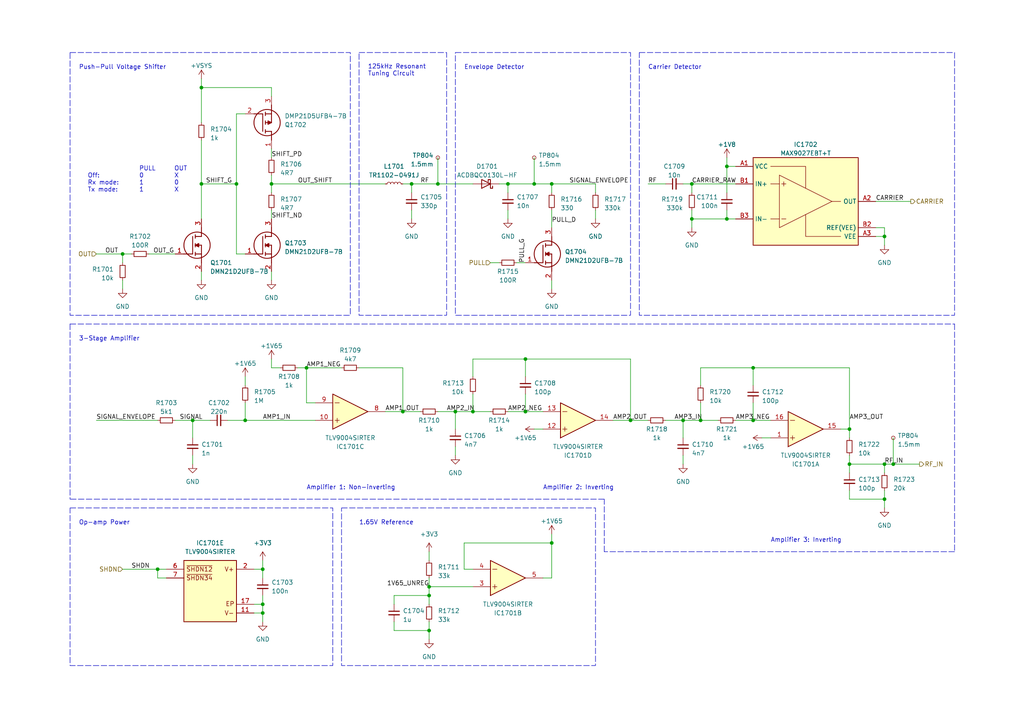
<source format=kicad_sch>
(kicad_sch (version 20230121) (generator eeschema)
  (paper "A4")
  (title_block (title "Watch RFID") (date "2023-12-21") (rev "1") (comment 1 "Checked by Ben Smith 21/12/23"))
  (lib_symbols
    (symbol "Connector:TestPoint_Small" (pin_numbers hide) (pin_names (offset 0.762) hide)
      (property "Reference" "TP" (at 0 3.81 0))
      (property "Value" "TestPoint_Small" (at 0 2.032 0))
      (symbol "TestPoint_Small_0_1"
        (circle (center 0 0) (radius 0.508))
      )
      (symbol "TestPoint_Small_1_1"
        (pin passive line (at 0 0 90) (length 0) (name "1") (number "1"))
      )
    )
    (symbol "DMN21D2UFB-7B:DMN21D2UFB-7B" (pin_names hide)
      (property "Reference" "Q" (at 11.43 3.81 0))
      (property "Value" "DMN21D2UFB-7B" (at 11.43 1.27 0))
      (symbol "DMN21D2UFB-7B_1_1"
        (polyline (pts (xy 2.54 0) (xy 5.08 0)) (stroke (width 0.254)))
        (polyline (pts (xy 5.08 5.08) (xy 5.08 0)) (stroke (width 0.254)))
        (polyline (pts (xy 5.842 -0.508) (xy 5.842 0.508)) (stroke (width 0.254)))
        (polyline (pts (xy 5.842 0) (xy 7.62 0)) (stroke (width 0.254)))
        (polyline (pts (xy 5.842 2.032) (xy 5.842 3.048)) (stroke (width 0.254)))
        (polyline (pts (xy 5.842 5.588) (xy 5.842 4.572)) (stroke (width 0.254)))
        (polyline (pts (xy 7.62 2.54) (xy 5.842 2.54)) (stroke (width 0.254)))
        (polyline (pts (xy 7.62 2.54) (xy 7.62 -2.54)) (stroke (width 0.254)))
        (polyline (pts (xy 7.62 5.08) (xy 5.842 5.08)) (stroke (width 0.254)))
        (polyline (pts (xy 7.62 5.08) (xy 7.62 7.62)) (stroke (width 0.254)))
        (polyline (pts (xy 5.842 2.54) (xy 6.858 3.048) (xy 6.858 2.032) (xy 5.842 2.54)) (stroke (width 0.254)) (fill (type outline)))
        (circle (center 6.35 2.54) (radius 3.81) (stroke (width 0.254)))
        (pin passive line (at 0 0 0) (length 2.54) (name "G") (number "1"))
        (pin passive line (at 7.62 -5.08 90) (length 2.54) (name "S") (number "2"))
        (pin passive line (at 7.62 10.16 270) (length 2.54) (name "D") (number "3"))
      )
    )
    (symbol "DMP21D5UFB4-7B:DMP21D5UFB4-7B" (pin_names hide)
      (property "Reference" "Q" (at 11.43 3.81 0))
      (property "Value" "DMP21D5UFB4-7B" (at 11.43 1.27 0))
      (symbol "DMP21D5UFB4-7B_1_1"
        (polyline (pts (xy 2.54 0) (xy 5.08 0)) (stroke (width 0.254)))
        (polyline (pts (xy 5.08 5.08) (xy 5.08 0)) (stroke (width 0.254)))
        (polyline (pts (xy 5.842 -0.508) (xy 5.842 0.508)) (stroke (width 0.254)))
        (polyline (pts (xy 5.842 0) (xy 7.62 0)) (stroke (width 0.254)))
        (polyline (pts (xy 5.842 2.032) (xy 5.842 3.048)) (stroke (width 0.254)))
        (polyline (pts (xy 5.842 5.588) (xy 5.842 4.572)) (stroke (width 0.254)))
        (polyline (pts (xy 7.62 2.54) (xy 5.842 2.54)) (stroke (width 0.254)))
        (polyline (pts (xy 7.62 2.54) (xy 7.62 -2.54)) (stroke (width 0.254)))
        (polyline (pts (xy 7.62 5.08) (xy 5.842 5.08)) (stroke (width 0.254)))
        (polyline (pts (xy 7.62 5.08) (xy 7.62 7.62)) (stroke (width 0.254)))
        (polyline (pts (xy 7.62 2.54) (xy 6.604 3.048) (xy 6.604 2.032) (xy 7.62 2.54)) (stroke (width 0.254)) (fill (type outline)))
        (circle (center 6.35 2.54) (radius 3.81) (stroke (width 0.254)))
        (pin passive line (at 7.62 10.16 270) (length 2.54) (name "D") (number "1"))
        (pin passive line (at 0 0 0) (length 2.54) (name "G") (number "2"))
        (pin passive line (at 7.62 -5.08 90) (length 2.54) (name "S") (number "3"))
      )
    )
    (symbol "Device:C_Small" (pin_numbers hide) (pin_names (offset 0.254) hide)
      (property "Reference" "C" (at 0.254 1.778 0))
      (property "Value" "C_Small" (at 0.254 -2.032 0))
      (symbol "C_Small_0_1"
        (polyline (pts (xy -1.524 -0.508) (xy 1.524 -0.508)) (stroke (width 0.3302)))
        (polyline (pts (xy -1.524 0.508) (xy 1.524 0.508)) (stroke (width 0.3048)))
      )
      (symbol "C_Small_1_1"
        (pin passive line (at 0 2.54 270) (length 2.032) (name "~") (number "1"))
        (pin passive line (at 0 -2.54 90) (length 2.032) (name "~") (number "2"))
      )
    )
    (symbol "Device:R_Small" (pin_numbers hide) (pin_names (offset 0.254) hide)
      (property "Reference" "R" (at 0.762 0.508 0))
      (property "Value" "R_Small" (at 0.762 -1.016 0))
      (symbol "R_Small_0_1"
        (rectangle (start -0.762 1.778) (end 0.762 -1.778) (stroke (width 0.2032)))
      )
      (symbol "R_Small_1_1"
        (pin passive line (at 0 2.54 270) (length 0.762) (name "~") (number "1"))
        (pin passive line (at 0 -2.54 90) (length 0.762) (name "~") (number "2"))
      )
    )
    (symbol "MAX9027EBT+T:MAX9027EBT+T"
      (property "Reference" "IC" (at 0 17.78 0))
      (property "Value" "MAX9027EBT+T" (at 0 15.24 0))
      (symbol "MAX9027EBT+T_0_1"
        (polyline (pts (xy -7.62 -5.08) (xy -10.16 -5.08)))
        (polyline (pts (xy -7.62 5.08) (xy -10.16 5.08)))
        (polyline (pts (xy -6.985 -5.08) (xy -5.715 -5.08)))
        (polyline (pts (xy -6.985 5.08) (xy -5.715 5.08)))
        (polyline (pts (xy -6.35 5.715) (xy -6.35 4.445)))
        (polyline (pts (xy 7.62 0) (xy 10.16 0)))
        (polyline (pts (xy -10.16 10.16) (xy 0 10.16) (xy 0 3.81)))
        (polyline (pts (xy 0 -3.81) (xy 0 -10.16) (xy 10.16 -10.16)))
        (polyline (pts (xy -7.62 7.62) (xy -7.62 -7.62) (xy 7.62 0) (xy -7.62 7.62)))
      )
      (symbol "MAX9027EBT+T_1_1"
        (rectangle (start -15.24 12.7) (end 15.24 -12.7) (stroke (width 0.254)) (fill (type background)))
        (pin passive line (at -20.32 10.16 0) (length 5.08) (name "VCC") (number "A1"))
        (pin passive line (at 20.32 0 180) (length 5.08) (name "OUT") (number "A2"))
        (pin passive line (at 20.32 -10.16 180) (length 5.08) (name "VEE") (number "A3"))
        (pin passive line (at -20.32 5.08 0) (length 5.08) (name "IN+") (number "B1"))
        (pin passive line (at 20.32 -7.62 180) (length 5.08) (name "REF(VEE)") (number "B2"))
        (pin passive line (at -20.32 -5.08 0) (length 5.08) (name "IN-") (number "B3"))
      )
    )
    (symbol "TLV9004SIRTER:TLV9004SIRTER" (pin_names hide)
      (property "Reference" "IC" (at 0 10.16 0))
      (property "Value" "TLV9004SIRTER" (at 0 7.62 0))
      (symbol "TLV9004SIRTER_1_1"
        (polyline (pts (xy -4.445 -2.54) (xy -3.175 -2.54)))
        (polyline (pts (xy -4.445 2.54) (xy -3.175 2.54)))
        (polyline (pts (xy -3.81 3.175) (xy -3.81 1.905)))
        (polyline (pts (xy -5.08 5.08) (xy 5.08 0) (xy -5.08 -5.08) (xy -5.08 5.08)) (stroke (width 0.254)) (fill (type background)))
        (pin passive line (at -10.16 2.54 0) (length 5.08) (name "IN1+") (number "1"))
        (pin passive line (at 10.16 0 180) (length 5.08) (name "OUT1") (number "15"))
        (pin passive line (at -10.16 -2.54 0) (length 5.08) (name "IN1-") (number "16"))
      )
      (symbol "TLV9004SIRTER_2_1"
        (polyline (pts (xy -4.445 -2.54) (xy -3.175 -2.54)))
        (polyline (pts (xy -4.445 2.54) (xy -3.175 2.54)))
        (polyline (pts (xy -3.81 3.175) (xy -3.81 1.905)))
        (polyline (pts (xy -5.08 5.08) (xy 5.08 0) (xy -5.08 -5.08) (xy -5.08 5.08)) (stroke (width 0.254)) (fill (type background)))
        (pin passive line (at -10.16 2.54 0) (length 5.08) (name "IN2+") (number "3"))
        (pin passive line (at -10.16 -2.54 0) (length 5.08) (name "IN2-") (number "4"))
        (pin passive line (at 10.16 0 180) (length 5.08) (name "OUT2") (number "5"))
      )
      (symbol "TLV9004SIRTER_3_1"
        (polyline (pts (xy -4.445 -2.54) (xy -3.175 -2.54)))
        (polyline (pts (xy -4.445 2.54) (xy -3.175 2.54)))
        (polyline (pts (xy -3.81 3.175) (xy -3.81 1.905)))
        (polyline (pts (xy -5.08 5.08) (xy 5.08 0) (xy -5.08 -5.08) (xy -5.08 5.08)) (stroke (width 0.254)) (fill (type background)))
        (pin passive line (at -10.16 2.54 0) (length 5.08) (name "IN3+") (number "10"))
        (pin passive line (at 10.16 0 180) (length 5.08) (name "OUT3") (number "8"))
        (pin passive line (at -10.16 -2.54 0) (length 5.08) (name "IN3-") (number "9"))
      )
      (symbol "TLV9004SIRTER_4_1"
        (polyline (pts (xy -4.445 -2.54) (xy -3.175 -2.54)))
        (polyline (pts (xy -4.445 2.54) (xy -3.175 2.54)))
        (polyline (pts (xy -3.81 3.175) (xy -3.81 1.905)))
        (polyline (pts (xy -5.08 5.08) (xy 5.08 0) (xy -5.08 -5.08) (xy -5.08 5.08)) (stroke (width 0.254)) (fill (type background)))
        (pin passive line (at -10.16 2.54 0) (length 5.08) (name "IN4+") (number "12"))
        (pin passive line (at -10.16 -2.54 0) (length 5.08) (name "IN4-") (number "13"))
        (pin passive line (at 10.16 0 180) (length 5.08) (name "OUT4") (number "14"))
      )
      (symbol "TLV9004SIRTER_5_1"
        (rectangle (start -7.62 5.08) (end 7.62 -12.7) (stroke (width 0.254)) (fill (type background)))
        (text "EP" (at 7.073 -7.5004 0) (effects (font (size 1.27 1.27)) (justify right)))
        (text "V+" (at 6.985 2.54 0) (effects (font (size 1.27 1.27)) (justify right)))
        (text "V-" (at 6.985 -10.16 0) (effects (font (size 1.27 1.27)) (justify right)))
        (text "~{SHDN12}" (at -6.985 2.54 0) (effects (font (size 1.27 1.27)) (justify left)))
        (text "~{SHDN34}" (at -6.985 0 0) (effects (font (size 1.27 1.27)) (justify left)))
        (pin passive line (at 12.7 -10.16 180) (length 5.08) (name "V-") (number "11"))
        (pin passive line (at 12.7 -7.62 180) (length 5.08) (name "EP") (number "17"))
        (pin passive line (at 12.7 2.54 180) (length 5.08) (name "V+") (number "2"))
        (pin passive line (at -12.7 2.54 0) (length 5.08) (name "~{SHDN12}") (number "6"))
        (pin passive line (at -12.7 0 0) (length 5.08) (name "~{SHDN34}") (number "7"))
      )
    )
    (symbol "power:+1V8" (power) (pin_names (offset 0))
      (property "Value" "+1V8" (at 0 3.556 0))
      (symbol "+1V8_0_1"
        (polyline (pts (xy -0.762 1.27) (xy 0 2.54)))
        (polyline (pts (xy 0 0) (xy 0 2.54)))
        (polyline (pts (xy 0 2.54) (xy 0.762 1.27)))
      )
      (symbol "+1V8_1_1"
        (pin power_in line (at 0 0 90) (length 0) hide (name "+1V8") (number "1"))
      )
    )
    (symbol "power:+3V3" (power) (pin_names (offset 0))
      (property "Value" "+3V3" (at 0 3.556 0))
      (symbol "+3V3_0_1"
        (polyline (pts (xy -0.762 1.27) (xy 0 2.54)))
        (polyline (pts (xy 0 0) (xy 0 2.54)))
        (polyline (pts (xy 0 2.54) (xy 0.762 1.27)))
      )
      (symbol "+3V3_1_1"
        (pin power_in line (at 0 0 90) (length 0) hide (name "+3V3") (number "1"))
      )
    )
    (symbol "power:GND" (power) (pin_names (offset 0))
      (property "Value" "GND" (at 0 -3.81 0))
      (symbol "GND_0_1"
        (polyline (pts (xy 0 0) (xy 0 -1.27) (xy 1.27 -1.27) (xy 0 -2.54) (xy -1.27 -1.27) (xy 0 -1.27)))
      )
      (symbol "GND_1_1"
        (pin power_in line (at 0 0 270) (length 0) hide (name "GND") (number "1"))
      )
    )
    (symbol "watch_symbols_lib:+1V65" (power) (pin_names (offset 0))
      (property "Value" "+1V65" (at 0 3.556 0))
      (symbol "+1V65_0_1"
        (polyline (pts (xy -0.762 1.27) (xy 0 2.54)))
        (polyline (pts (xy 0 0) (xy 0 2.54)))
        (polyline (pts (xy 0 2.54) (xy 0.762 1.27)))
      )
      (symbol "+1V65_1_1"
        (pin power_in line (at 0 0 90) (length 0) hide (name "+1V65") (number "1"))
      )
    )
    (symbol "watch_symbols_lib:+VSYS" (power) (pin_names (offset 0))
      (property "Value" "+VSYS" (at 0 3.556 0))
      (symbol "+VSYS_0_1"
        (polyline (pts (xy -0.762 1.27) (xy 0 2.54)))
        (polyline (pts (xy 0 0) (xy 0 2.54)))
        (polyline (pts (xy 0 2.54) (xy 0.762 1.27)))
      )
      (symbol "+VSYS_1_1"
        (pin power_in line (at 0 0 90) (length 0) hide (name "+VSYS") (number "1"))
      )
    )
    (symbol "watch_symbols_lib:ACDBQC0130L-HF" (pin_numbers hide) (pin_names (offset 1.016) hide)
      (property "Reference" "D" (at 0 2.54 0))
      (property "Value" "ACDBQC0130L-HF" (at 0 -2.54 0))
      (symbol "ACDBQC0130L-HF_0_1"
        (polyline (pts (xy 1.27 0) (xy -1.27 0)))
        (polyline (pts (xy 1.27 1.27) (xy 1.27 -1.27) (xy -1.27 0) (xy 1.27 1.27)) (stroke (width 0.254)))
        (polyline (pts (xy -1.905 0.635) (xy -1.905 1.27) (xy -1.27 1.27) (xy -1.27 -1.27) (xy -0.635 -1.27) (xy -0.635 -0.635)) (stroke (width 0.254)))
      )
      (symbol "ACDBQC0130L-HF_1_1"
        (pin passive line (at -3.81 0 0) (length 2.54) (name "K") (number "1"))
        (pin passive line (at 3.81 0 180) (length 2.54) (name "A") (number "2"))
      )
    )
    (symbol "watch_symbols_lib:TR1102-0491J" (pin_numbers hide) (pin_names (offset 0.254) hide)
      (property "Reference" "L" (at 0.762 1.016 0))
      (property "Value" "TR1102-0491J" (at 0.762 -1.016 0))
      (symbol "TR1102-0491J_0_1"
        (arc (start 0 -2.032) (mid 0.5058 -1.524) (end 0 -1.016))
        (arc (start 0 -1.016) (mid 0.5058 -0.508) (end 0 0))
        (arc (start 0 0) (mid 0.5058 0.508) (end 0 1.016))
        (arc (start 0 1.016) (mid 0.5058 1.524) (end 0 2.032))
      )
      (symbol "TR1102-0491J_1_1"
        (pin passive line (at 0 2.54 270) (length 0.508) (name "~") (number "1"))
        (pin passive line (at 0 -2.54 90) (length 0.508) (name "~") (number "2"))
      )
    )
  )
  (junction (at 246.38 134.62))
  (junction (at 160.02 157.48))
  (junction (at 256.54 134.62))
  (junction (at 35.56 73.66))
  (junction (at 246.38 124.46))
  (junction (at 152.4 119.38))
  (junction (at 124.46 170.18))
  (junction (at 210.82 63.5))
  (junction (at 147.32 53.34))
  (junction (at 78.74 53.34))
  (junction (at 58.42 53.34))
  (junction (at 137.16 119.38))
  (junction (at 152.4 104.14))
  (junction (at 116.84 119.38))
  (junction (at 88.9 106.68))
  (junction (at 182.88 121.92))
  (junction (at 127 53.34))
  (junction (at 200.66 63.5))
  (junction (at 256.54 144.78))
  (junction (at 119.38 53.34))
  (junction (at 124.46 182.88))
  (junction (at 124.46 172.72))
  (junction (at 76.2 177.8))
  (junction (at 160.02 53.34))
  (junction (at 203.2 121.92))
  (junction (at 198.12 121.92))
  (junction (at 256.54 68.58))
  (junction (at 76.2 175.26))
  (junction (at 210.82 48.26))
  (junction (at 218.44 121.92))
  (junction (at 218.44 106.68))
  (junction (at 68.58 53.34))
  (junction (at 71.12 121.92))
  (junction (at 45.72 165.1))
  (junction (at 58.42 25.4))
  (junction (at 132.08 119.38))
  (junction (at 200.66 53.34))
  (junction (at 154.94 53.34))
  (junction (at 76.2 165.1))
  (junction (at 55.88 121.92))
  (junction (at 259.08 134.62))
  (wire (pts (xy 76.2 165.1) (xy 76.2 167.64)))
  (wire (pts (xy 119.38 63.5) (xy 119.38 60.96)))
  (wire (pts (xy 182.88 121.92) (xy 187.96 121.92)))
  (wire (pts (xy 142.24 76.2) (xy 144.78 76.2)))
  (wire (pts (xy 78.74 43.18) (xy 78.74 45.72)))
  (wire (pts (xy 58.42 53.34) (xy 58.42 63.5)))
  (wire (pts (xy 147.32 63.5) (xy 147.32 60.96)))
  (wire (pts (xy 119.38 53.34) (xy 127 53.34)))
  (wire (pts (xy 152.4 104.14) (xy 182.88 104.14)))
  (wire (pts (xy 43.18 73.66) (xy 50.8 73.66)))
  (wire (pts (xy 172.72 63.5) (xy 172.72 60.96)))
  (wire (pts (xy 116.84 119.38) (xy 121.92 119.38)))
  (wire (pts (xy 35.56 73.66) (xy 38.1 73.66)))
  (wire (pts (xy 137.16 165.1) (xy 134.62 165.1)))
  (wire (pts (xy 259.08 127) (xy 259.08 134.62)))
  (wire (pts (xy 254 66.04) (xy 256.54 66.04)))
  (wire (pts (xy 256.54 134.62) (xy 259.08 134.62)))
  (wire (pts (xy 218.44 106.68) (xy 246.38 106.68)))
  (wire (pts (xy 154.94 45.72) (xy 154.94 53.34)))
  (wire (pts (xy 200.66 63.5) (xy 210.82 63.5)))
  (wire (pts (xy 88.9 106.68) (xy 88.9 116.84)))
  (wire (pts (xy 71.12 121.92) (xy 91.44 121.92)))
  (wire (pts (xy 111.76 119.38) (xy 116.84 119.38)))
  (wire (pts (xy 147.32 53.34) (xy 147.32 55.88)))
  (wire (pts (xy 66.04 121.92) (xy 71.12 121.92)))
  (wire (pts (xy 160.02 55.88) (xy 160.02 53.34)))
  (wire (pts (xy 154.94 124.46) (xy 157.48 124.46)))
  (polyline (pts (xy 276.86 93.98) (xy 276.86 160.02)) (stroke (width 0) (type dash)))
  (wire (pts (xy 124.46 167.64) (xy 124.46 170.18)))
  (polyline (pts (xy 276.86 160.02) (xy 175.26 160.02)) (stroke (width 0) (type dash)))
  (wire (pts (xy 256.54 134.62) (xy 246.38 134.62)))
  (wire (pts (xy 48.26 167.64) (xy 45.72 167.64)))
  (wire (pts (xy 78.74 50.8) (xy 78.74 53.34)))
  (wire (pts (xy 134.62 165.1) (xy 134.62 157.48)))
  (wire (pts (xy 160.02 83.82) (xy 160.02 81.28)))
  (wire (pts (xy 154.94 53.34) (xy 160.02 53.34)))
  (wire (pts (xy 58.42 22.86) (xy 58.42 25.4)))
  (wire (pts (xy 76.2 175.26) (xy 76.2 177.8)))
  (wire (pts (xy 58.42 53.34) (xy 68.58 53.34)))
  (wire (pts (xy 256.54 144.78) (xy 256.54 142.24)))
  (wire (pts (xy 124.46 172.72) (xy 124.46 175.26)))
  (wire (pts (xy 55.88 121.92) (xy 60.96 121.92)))
  (wire (pts (xy 114.3 172.72) (xy 124.46 172.72)))
  (wire (pts (xy 152.4 119.38) (xy 157.48 119.38)))
  (wire (pts (xy 210.82 60.96) (xy 210.82 63.5)))
  (wire (pts (xy 177.8 121.92) (xy 182.88 121.92)))
  (wire (pts (xy 104.14 106.68) (xy 116.84 106.68)))
  (wire (pts (xy 55.88 132.08) (xy 55.88 134.62)))
  (wire (pts (xy 210.82 63.5) (xy 213.36 63.5)))
  (wire (pts (xy 76.2 172.72) (xy 76.2 175.26)))
  (wire (pts (xy 256.54 71.12) (xy 256.54 68.58)))
  (wire (pts (xy 157.48 167.64) (xy 160.02 167.64)))
  (wire (pts (xy 152.4 104.14) (xy 152.4 109.22)))
  (wire (pts (xy 137.16 119.38) (xy 137.16 114.3)))
  (wire (pts (xy 203.2 111.76) (xy 203.2 106.68)))
  (wire (pts (xy 142.24 119.38) (xy 137.16 119.38)))
  (wire (pts (xy 147.32 119.38) (xy 152.4 119.38)))
  (wire (pts (xy 116.84 119.38) (xy 116.84 106.68)))
  (wire (pts (xy 58.42 81.28) (xy 58.42 78.74)))
  (wire (pts (xy 198.12 53.34) (xy 200.66 53.34)))
  (wire (pts (xy 58.42 25.4) (xy 58.42 35.56)))
  (wire (pts (xy 27.94 121.92) (xy 45.72 121.92)))
  (wire (pts (xy 76.2 165.1) (xy 73.66 165.1)))
  (wire (pts (xy 114.3 175.26) (xy 114.3 172.72)))
  (wire (pts (xy 220.98 127) (xy 223.52 127)))
  (wire (pts (xy 198.12 132.08) (xy 198.12 134.62)))
  (wire (pts (xy 160.02 157.48) (xy 160.02 167.64)))
  (wire (pts (xy 154.94 53.34) (xy 147.32 53.34)))
  (wire (pts (xy 160.02 53.34) (xy 172.72 53.34)))
  (wire (pts (xy 27.94 73.66) (xy 35.56 73.66)))
  (wire (pts (xy 35.56 83.82) (xy 35.56 81.28)))
  (wire (pts (xy 76.2 162.56) (xy 76.2 165.1)))
  (wire (pts (xy 210.82 45.72) (xy 210.82 48.26)))
  (wire (pts (xy 124.46 170.18) (xy 124.46 172.72)))
  (wire (pts (xy 127 119.38) (xy 132.08 119.38)))
  (wire (pts (xy 124.46 180.34) (xy 124.46 182.88)))
  (wire (pts (xy 127 53.34) (xy 137.16 53.34)))
  (wire (pts (xy 246.38 132.08) (xy 246.38 134.62)))
  (wire (pts (xy 71.12 109.22) (xy 71.12 111.76)))
  (wire (pts (xy 35.56 76.2) (xy 35.56 73.66)))
  (wire (pts (xy 160.02 154.94) (xy 160.02 157.48)))
  (wire (pts (xy 73.66 175.26) (xy 76.2 175.26)))
  (wire (pts (xy 203.2 121.92) (xy 203.2 116.84)))
  (wire (pts (xy 78.74 104.14) (xy 78.74 106.68)))
  (polyline (pts (xy 175.26 160.02) (xy 175.26 144.78)) (stroke (width 0) (type dash)))
  (wire (pts (xy 132.08 129.54) (xy 132.08 132.08)))
  (wire (pts (xy 50.8 121.92) (xy 55.88 121.92)))
  (wire (pts (xy 78.74 106.68) (xy 81.28 106.68)))
  (wire (pts (xy 149.86 76.2) (xy 152.4 76.2)))
  (wire (pts (xy 256.54 144.78) (xy 256.54 147.32)))
  (wire (pts (xy 246.38 144.78) (xy 256.54 144.78)))
  (polyline (pts (xy 20.32 93.98) (xy 276.86 93.98)) (stroke (width 0) (type dash)))
  (polyline (pts (xy 20.32 93.98) (xy 20.32 144.78)) (stroke (width 0) (type dash)))
  (wire (pts (xy 203.2 121.92) (xy 208.28 121.92)))
  (wire (pts (xy 213.36 121.92) (xy 218.44 121.92)))
  (wire (pts (xy 88.9 116.84) (xy 91.44 116.84)))
  (wire (pts (xy 114.3 180.34) (xy 114.3 182.88)))
  (wire (pts (xy 218.44 121.92) (xy 218.44 116.84)))
  (wire (pts (xy 71.12 73.66) (xy 68.58 73.66)))
  (wire (pts (xy 200.66 66.04) (xy 200.66 63.5)))
  (wire (pts (xy 137.16 104.14) (xy 152.4 104.14)))
  (wire (pts (xy 78.74 53.34) (xy 78.74 55.88)))
  (wire (pts (xy 116.84 53.34) (xy 119.38 53.34)))
  (wire (pts (xy 144.78 53.34) (xy 147.32 53.34)))
  (wire (pts (xy 182.88 104.14) (xy 182.88 121.92)))
  (wire (pts (xy 68.58 73.66) (xy 68.58 53.34)))
  (wire (pts (xy 124.46 182.88) (xy 124.46 185.42)))
  (wire (pts (xy 172.72 55.88) (xy 172.72 53.34)))
  (wire (pts (xy 114.3 182.88) (xy 124.46 182.88)))
  (wire (pts (xy 68.58 53.34) (xy 68.58 33.02)))
  (wire (pts (xy 152.4 119.38) (xy 152.4 114.3)))
  (wire (pts (xy 203.2 106.68) (xy 218.44 106.68)))
  (wire (pts (xy 127 45.72) (xy 127 53.34)))
  (wire (pts (xy 35.56 165.1) (xy 45.72 165.1)))
  (wire (pts (xy 256.54 68.58) (xy 254 68.58)))
  (wire (pts (xy 256.54 137.16) (xy 256.54 134.62)))
  (wire (pts (xy 124.46 170.18) (xy 137.16 170.18)))
  (wire (pts (xy 55.88 121.92) (xy 55.88 127)))
  (wire (pts (xy 134.62 157.48) (xy 160.02 157.48)))
  (wire (pts (xy 132.08 119.38) (xy 132.08 124.46)))
  (wire (pts (xy 86.36 106.68) (xy 88.9 106.68)))
  (wire (pts (xy 73.66 177.8) (xy 76.2 177.8)))
  (wire (pts (xy 246.38 106.68) (xy 246.38 124.46)))
  (wire (pts (xy 45.72 167.64) (xy 45.72 165.1)))
  (wire (pts (xy 187.96 53.34) (xy 193.04 53.34)))
  (wire (pts (xy 193.04 121.92) (xy 198.12 121.92)))
  (wire (pts (xy 58.42 40.64) (xy 58.42 53.34)))
  (wire (pts (xy 124.46 160.02) (xy 124.46 162.56)))
  (wire (pts (xy 200.66 55.88) (xy 200.66 53.34)))
  (wire (pts (xy 246.38 142.24) (xy 246.38 144.78)))
  (wire (pts (xy 78.74 81.28) (xy 78.74 78.74)))
  (wire (pts (xy 78.74 27.94) (xy 78.74 25.4)))
  (wire (pts (xy 78.74 60.96) (xy 78.74 63.5)))
  (wire (pts (xy 198.12 121.92) (xy 203.2 121.92)))
  (wire (pts (xy 78.74 53.34) (xy 111.76 53.34)))
  (wire (pts (xy 137.16 109.22) (xy 137.16 104.14)))
  (wire (pts (xy 200.66 60.96) (xy 200.66 63.5)))
  (wire (pts (xy 68.58 33.02) (xy 71.12 33.02)))
  (wire (pts (xy 246.38 134.62) (xy 246.38 137.16)))
  (wire (pts (xy 198.12 121.92) (xy 198.12 127)))
  (wire (pts (xy 132.08 119.38) (xy 137.16 119.38)))
  (polyline (pts (xy 175.26 144.78) (xy 20.32 144.78)) (stroke (width 0) (type dash)))
  (wire (pts (xy 99.06 106.68) (xy 88.9 106.68)))
  (wire (pts (xy 256.54 66.04) (xy 256.54 68.58)))
  (wire (pts (xy 76.2 177.8) (xy 76.2 180.34)))
  (wire (pts (xy 218.44 121.92) (xy 223.52 121.92)))
  (wire (pts (xy 210.82 48.26) (xy 210.82 55.88)))
  (wire (pts (xy 160.02 60.96) (xy 160.02 66.04)))
  (wire (pts (xy 254 58.42) (xy 264.16 58.42)))
  (wire (pts (xy 243.84 124.46) (xy 246.38 124.46)))
  (wire (pts (xy 45.72 165.1) (xy 48.26 165.1)))
  (wire (pts (xy 58.42 25.4) (xy 78.74 25.4)))
  (wire (pts (xy 259.08 134.62) (xy 266.7 134.62)))
  (wire (pts (xy 71.12 116.84) (xy 71.12 121.92)))
  (wire (pts (xy 246.38 124.46) (xy 246.38 127)))
  (wire (pts (xy 200.66 53.34) (xy 213.36 53.34)))
  (wire (pts (xy 218.44 106.68) (xy 218.44 111.76)))
  (wire (pts (xy 210.82 48.26) (xy 213.36 48.26)))
  (wire (pts (xy 119.38 53.34) (xy 119.38 55.88)))
  (rectangle (start 132.08 15.24) (end 182.88 91.44) (stroke (width 0) (type dash)))
  (rectangle (start 104.14 15.24) (end 129.54 91.44) (stroke (width 0) (type dash)))
  (rectangle (start 185.42 15.24) (end 276.86 91.44) (stroke (width 0) (type dash)))
  (rectangle (start 20.32 15.24) (end 101.6 91.44) (stroke (width 0) (type dash)))
  (rectangle (start 20.32 147.32) (end 96.52 193.04) (stroke (width 0) (type dash)))
  (rectangle (start 99.06 147.32) (end 172.72 193.04) (stroke (width 0) (type dash)))
  (text "Amplifier 3: Inverting" (at 223.52 157.48 0) (effects (font (size 1.27 1.27)) (justify left bottom)))
  (text "Carrier Detector" (at 187.96 20.32 0) (effects (font (size 1.27 1.27)) (justify left bottom)))
  (text "Op-amp Power" (at 22.86 152.4 0) (effects (font (size 1.27 1.27)) (justify left bottom)))
  (text "Push-Pull Voltage Shifter" (at 22.86 20.32 0) (effects (font (size 1.27 1.27)) (justify left bottom)))
  (text "3-Stage Amplifier" (at 22.86 99.06 0) (effects (font (size 1.27 1.27)) (justify left bottom)))
  (text "Amplifier 1: Non-inverting" (at 88.9 142.24 0) (effects (font (size 1.27 1.27)) (justify left bottom)))
  (text "125kHz Resonant\nTuning Circuit" (at 106.68 22.225 0) (effects (font (size 1.27 1.27)) (justify left bottom)))
  (text "Envelope Detector" (at 134.62 20.32 0) (effects (font (size 1.27 1.27)) (justify left bottom)))
  (text "Amplifier 2: Inverting" (at 157.48 142.24 0) (effects (font (size 1.27 1.27)) (justify left bottom)))
  (text "			PULL	OUT\nOff:		0		X		\nRx mode: 	1		0\nTx mode:	1		X" (at 25.4 55.88 0) (effects (font (size 1.27 1.27)) (justify left bottom)))
  (text "1.65V Reference" (at 104.14 152.4 0) (effects (font (size 1.27 1.27)) (justify left bottom)))
  (label "CARRIER" (at 254 58.42 0))
  (label "1V65_UNREG" (at 124.46 170.18 180))
  (label "AMP3_OUT" (at 246.38 121.92 0))
  (label "AMP3_IN" (at 195.58 121.92 0))
  (label "AMP2_NEG" (at 147.32 119.38 0))
  (label "SHIFT_G" (at 59.69 53.34 0))
  (label "AMP3_NEG" (at 213.36 121.92 0))
  (label "SHDN" (at 38.1 165.1 0))
  (label "RF" (at 187.96 53.34 0))
  (label "OUT_SHIFT" (at 86.36 53.34 0))
  (label "AMP1_IN" (at 76.2 121.92 0))
  (label "SIGNAL" (at 52.07 121.92 0))
  (label "CARRIER_RAW" (at 200.66 53.34 0))
  (label "PULL_D" (at 160.02 64.77 0))
  (label "SHIFT_ND" (at 78.74 63.5 0))
  (label "SIGNAL_ENVELOPE" (at 165.1 53.34 0))
  (label "AMP1_NEG" (at 88.9 106.68 0))
  (label "AMP2_OUT" (at 177.8 121.92 0))
  (label "PULL_G" (at 152.4 76.2 90))
  (label "SHIFT_PD" (at 78.74 45.72 0))
  (label "AMP2_IN" (at 129.54 119.38 0))
  (label "RF_IN" (at 256.54 134.62 0))
  (label "OUT" (at 30.48 73.66 0))
  (label "SIGNAL_ENVELOPE" (at 27.94 121.92 0))
  (label "OUT_G" (at 44.45 73.66 0))
  (label "RF" (at 121.92 53.34 0))
  (label "AMP1_OUT" (at 111.76 119.38 0))
  (hierarchical_label "CARRIER" (shape output) (at 264.16 58.42 0))
  (hierarchical_label "SHDN" (shape input) (at 35.56 165.1 180))
  (hierarchical_label "RF_IN" (shape output) (at 266.7 134.62 0))
  (hierarchical_label "PULL" (shape input) (at 142.24 76.2 180))
  (hierarchical_label "OUT" (shape input) (at 27.94 73.66 180))
  (symbol (lib_id "DMN21D2UFB-7B:DMN21D2UFB-7B") (at 152.4 76.2 0) (unit 1)
    (property "Reference" "Q1704" (at 163.83 73.025 0) (effects (justify left)))
    (property "Value" "DMN21D2UFB-7B" (at 163.83 75.565 0) (effects (justify left)))
    (property "Footprint" "watch_footprints:DMN21D2UFB7B" (effects hide))
    (property "Datasheet" "https://componentsearchengine.com/Datasheets/1/DMN21D2UFB-7B.pdf" (effects hide))
    (property "Height" "0.53" (effects hide))
    (property "Mouser Part Number" "621-DMN21D2UFB-7B" (effects hide))
    (property "Manufacturer_Name" "Diodes Incorporated" (effects hide))
    (property "Manufacturer_Part_Number" "DMN21D2UFB-7B" (effects hide))
  )
  (symbol (lib_id "Connector:TestPoint_Small") (at 259.08 127 0) (unit 1)
    (property "Reference" "TP804" (at 260.35 126.365 0) (effects (justify left)))
    (property "Value" "1.5mm" (at 260.35 128.905 0) (effects (justify left)))
    (property "Footprint" "TestPoint:TestPoint_Pad_D1.5mm" (effects hide))
    (instances (project "watch_main" (path "" (reference "TP804") (unit 1)) (path "" (reference "TP1703") (unit 1))))
  )
  (symbol (lib_id "power:GND") (at 119.38 63.5 0) (unit 1)
    (property "Reference" "#PWR01710" (effects hide))
    (property "Value" "GND" (at 119.38 68.58 0))
  )
  (symbol (lib_id "power:GND") (at 256.54 147.32 0) (unit 1)
    (property "Reference" "#PWR01724" (effects hide))
    (property "Value" "GND" (at 256.54 152.4 0))
  )
  (symbol (lib_id "Device:R_Small") (at 48.26 121.92 90) (unit 1)
    (property "Reference" "R1703" (at 48.26 116.84 90))
    (property "Value" "5k1" (at 48.26 119.38 90))
    (property "Footprint" "Resistor_SMD:R_0402_1005Metric" (effects hide))
  )
  (symbol (lib_id "DMN21D2UFB-7B:DMN21D2UFB-7B") (at 50.8 73.66 0) (unit 1)
    (property "Reference" "Q1701" (at 60.96 76.2 0) (effects (justify left)))
    (property "Value" "DMN21D2UFB-7B" (at 60.96 78.74 0) (effects (justify left)))
    (property "Footprint" "watch_footprints:DMN21D2UFB7B" (effects hide))
    (property "Datasheet" "https://componentsearchengine.com/Datasheets/1/DMN21D2UFB-7B.pdf" (effects hide))
    (property "Height" "0.53" (effects hide))
    (property "Mouser Part Number" "621-DMN21D2UFB-7B" (effects hide))
    (property "Manufacturer_Name" "Diodes Incorporated" (effects hide))
    (property "Manufacturer_Part_Number" "DMN21D2UFB-7B" (effects hide))
  )
  (symbol (lib_id "Device:C_Small") (at 198.12 129.54 0) (unit 1)
    (property "Reference" "C1710" (at 200.66 128.9113 0) (effects (justify left)))
    (property "Value" "4n7" (at 200.66 131.4513 0) (effects (justify left)))
    (property "Footprint" "Capacitor_SMD:C_0402_1005Metric" (effects hide))
  )
  (symbol (lib_id "Device:R_Small") (at 160.02 58.42 180) (unit 1)
    (property "Reference" "R1716" (at 162.56 57.785 0) (effects (justify right)))
    (property "Value" "330" (at 162.56 60.325 0) (effects (justify right)))
    (property "Footprint" "Resistor_SMD:R_0402_1005Metric" (effects hide))
  )
  (symbol (lib_id "DMN21D2UFB-7B:DMN21D2UFB-7B") (at 71.12 73.66 0) (unit 1)
    (property "Reference" "Q1703" (at 82.55 70.485 0) (effects (justify left)))
    (property "Value" "DMN21D2UFB-7B" (at 82.55 73.025 0) (effects (justify left)))
    (property "Footprint" "watch_footprints:DMN21D2UFB7B" (effects hide))
    (property "Datasheet" "https://componentsearchengine.com/Datasheets/1/DMN21D2UFB-7B.pdf" (effects hide))
    (property "Height" "0.53" (effects hide))
    (property "Mouser Part Number" "621-DMN21D2UFB-7B" (effects hide))
    (property "Manufacturer_Name" "Diodes Incorporated" (effects hide))
    (property "Manufacturer_Part_Number" "DMN21D2UFB-7B" (effects hide))
  )
  (symbol (lib_id "Device:R_Small") (at 35.56 78.74 0) (mirror x) (unit 1)
    (property "Reference" "R1701" (at 33.02 78.105 0) (effects (justify right)))
    (property "Value" "10k" (at 33.02 80.645 0) (effects (justify right)))
    (property "Footprint" "Resistor_SMD:R_0402_1005Metric" (effects hide))
  )
  (symbol (lib_id "watch_symbols_lib:+1V65") (at 160.02 154.94 0) (unit 1)
    (property "Reference" "#PWR01717" (effects hide))
    (property "Value" "+1V65" (at 160.02 151.13 0))
  )
  (symbol (lib_id "Device:C_Small") (at 76.2 170.18 0) (unit 1)
    (property "Reference" "C1703" (at 78.74 168.9163 0) (effects (justify left)))
    (property "Value" "100n" (at 78.74 171.4563 0) (effects (justify left)))
    (property "Footprint" "Capacitor_SMD:C_0402_1005Metric" (effects hide))
  )
  (symbol (lib_id "Device:C_Small") (at 218.44 114.3 0) (unit 1)
    (property "Reference" "C1712" (at 220.98 113.6713 0) (effects (justify left)))
    (property "Value" "100p" (at 220.98 116.2113 0) (effects (justify left)))
    (property "Footprint" "Capacitor_SMD:C_0402_1005Metric" (effects hide))
  )
  (symbol (lib_id "power:+3V3") (at 124.46 160.02 0) (unit 1)
    (property "Reference" "#PWR0226" (effects hide))
    (property "Value" "+3V3" (at 124.46 154.94 0))
    (instances (project "watch_main" (path "" (reference "#PWR0226") (unit 1)) (path "" (reference "#PWR01711") (unit 1))))
  )
  (symbol (lib_id "power:GND") (at 147.32 63.5 0) (unit 1)
    (property "Reference" "#PWR01714" (effects hide))
    (property "Value" "GND" (at 147.32 68.58 0))
  )
  (symbol (lib_id "power:GND") (at 58.42 81.28 0) (unit 1)
    (property "Reference" "#PWR01704" (effects hide))
    (property "Value" "GND" (at 58.42 86.36 0))
  )
  (symbol (lib_id "Device:R_Small") (at 147.32 76.2 90) (mirror x) (unit 1)
    (property "Reference" "R1715" (at 147.32 78.74 90))
    (property "Value" "100R" (at 147.32 81.28 90))
    (property "Footprint" "Resistor_SMD:R_0402_1005Metric" (effects hide))
  )
  (symbol (lib_id "Device:R_Small") (at 40.64 73.66 90) (unit 1)
    (property "Reference" "R1702" (at 40.64 68.58 90))
    (property "Value" "100R" (at 40.64 71.12 90))
    (property "Footprint" "Resistor_SMD:R_0402_1005Metric" (effects hide))
  )
  (symbol (lib_id "Device:R_Small") (at 83.82 106.68 90) (mirror x) (unit 1)
    (property "Reference" "R1708" (at 83.82 109.22 90))
    (property "Value" "1k" (at 83.82 111.76 90))
    (property "Footprint" "Resistor_SMD:R_0402_1005Metric" (effects hide))
  )
  (symbol (lib_id "Device:R_Small") (at 256.54 139.7 0) (unit 1)
    (property "Reference" "R1723" (at 259.08 139.065 0) (effects (justify left)))
    (property "Value" "20k" (at 259.08 141.605 0) (effects (justify left)))
    (property "Footprint" "Resistor_SMD:R_0402_1005Metric" (effects hide))
  )
  (symbol (lib_id "Device:C_Small") (at 63.5 121.92 90) (unit 1)
    (property "Reference" "C1702" (at 63.5063 116.84 90))
    (property "Value" "220n" (at 63.5063 119.38 90))
    (property "Footprint" "Capacitor_SMD:C_0402_1005Metric" (effects hide))
  )
  (symbol (lib_id "Device:C_Small") (at 152.4 111.76 0) (unit 1)
    (property "Reference" "C1708" (at 154.94 111.1313 0) (effects (justify left)))
    (property "Value" "100p" (at 154.94 113.6713 0) (effects (justify left)))
    (property "Footprint" "Capacitor_SMD:C_0402_1005Metric" (effects hide))
  )
  (symbol (lib_id "Device:C_Small") (at 132.08 127 0) (unit 1)
    (property "Reference" "C1706" (at 134.62 126.3713 0) (effects (justify left)))
    (property "Value" "4n7" (at 134.62 128.9113 0) (effects (justify left)))
    (property "Footprint" "Capacitor_SMD:C_0402_1005Metric" (effects hide))
  )
  (symbol (lib_id "Device:R_Small") (at 144.78 119.38 90) (unit 1)
    (property "Reference" "R1714" (at 144.78 121.92 90))
    (property "Value" "1k" (at 144.78 124.46 90))
    (property "Footprint" "Resistor_SMD:R_0402_1005Metric" (effects hide))
  )
  (symbol (lib_id "Device:C_Small") (at 210.82 58.42 0) (mirror y) (unit 1)
    (property "Reference" "C1711" (at 208.28 57.1563 0) (effects (justify left)))
    (property "Value" "100n" (at 208.28 59.6963 0) (effects (justify left)))
    (property "Footprint" "Capacitor_SMD:C_0402_1005Metric" (effects hide))
  )
  (symbol (lib_id "Device:R_Small") (at 71.12 114.3 180) (unit 1)
    (property "Reference" "R1705" (at 73.66 113.665 0) (effects (justify right)))
    (property "Value" "1M" (at 73.66 116.205 0) (effects (justify right)))
    (property "Footprint" "Resistor_SMD:R_0402_1005Metric" (effects hide))
  )
  (symbol (lib_id "power:GND") (at 35.56 83.82 0) (unit 1)
    (property "Reference" "#PWR01701" (effects hide))
    (property "Value" "GND" (at 35.56 88.9 0))
  )
  (symbol (lib_id "Device:R_Small") (at 58.42 38.1 180) (unit 1)
    (property "Reference" "R1704" (at 60.96 37.465 0) (effects (justify right)))
    (property "Value" "1k" (at 60.96 40.005 0) (effects (justify right)))
    (property "Footprint" "Resistor_SMD:R_0402_1005Metric" (effects hide))
  )
  (symbol (lib_id "Connector:TestPoint_Small") (at 127 45.72 0) (mirror y) (unit 1)
    (property "Reference" "TP804" (at 125.73 45.085 0) (effects (justify left)))
    (property "Value" "1.5mm" (at 125.73 47.625 0) (effects (justify left)))
    (property "Footprint" "TestPoint:TestPoint_Pad_D1.5mm" (effects hide))
    (instances (project "watch_main" (path "" (reference "TP804") (unit 1)) (path "" (reference "TP1702") (unit 1))))
  )
  (symbol (lib_id "Device:R_Small") (at 172.72 58.42 180) (unit 1)
    (property "Reference" "R1717" (at 175.26 57.785 0) (effects (justify right)))
    (property "Value" "330k" (at 175.26 60.325 0) (effects (justify right)))
    (property "Footprint" "Resistor_SMD:R_0402_1005Metric" (effects hide))
  )
  (symbol (lib_id "Device:R_Small") (at 101.6 106.68 90) (unit 1)
    (property "Reference" "R1709" (at 101.6 101.6 90))
    (property "Value" "4k7" (at 101.6 104.14 90))
    (property "Footprint" "Resistor_SMD:R_0402_1005Metric" (effects hide))
  )
  (symbol (lib_id "Device:R_Small") (at 124.46 119.38 90) (mirror x) (unit 1)
    (property "Reference" "R1710" (at 124.46 121.92 90))
    (property "Value" "1k" (at 124.46 124.46 90))
    (property "Footprint" "Resistor_SMD:R_0402_1005Metric" (effects hide))
  )
  (symbol (lib_id "Device:R_Small") (at 137.16 111.76 0) (mirror y) (unit 1)
    (property "Reference" "R1713" (at 134.62 111.125 0) (effects (justify left)))
    (property "Value" "10k" (at 134.62 113.665 0) (effects (justify left)))
    (property "Footprint" "Resistor_SMD:R_0402_1005Metric" (effects hide))
  )
  (symbol (lib_id "Connector:TestPoint_Small") (at 154.94 45.72 0) (unit 1)
    (property "Reference" "TP804" (at 156.21 45.085 0) (effects (justify left)))
    (property "Value" "1.5mm" (at 156.21 47.625 0) (effects (justify left)))
    (property "Footprint" "TestPoint:TestPoint_Pad_D1.5mm" (effects hide))
    (instances (project "watch_main" (path "" (reference "TP804") (unit 1)) (path "" (reference "TP1701") (unit 1))))
  )
  (symbol (lib_id "Device:R_Small") (at 210.82 121.92 90) (unit 1)
    (property "Reference" "R1721" (at 210.82 124.46 90))
    (property "Value" "1k" (at 210.82 127 90))
    (property "Footprint" "Resistor_SMD:R_0402_1005Metric" (effects hide))
  )
  (symbol (lib_id "Device:R_Small") (at 203.2 114.3 0) (unit 1)
    (property "Reference" "R1720" (at 205.74 113.665 0) (effects (justify left)))
    (property "Value" "10k" (at 205.74 116.205 0) (effects (justify left)))
    (property "Footprint" "Resistor_SMD:R_0402_1005Metric" (effects hide))
  )
  (symbol (lib_id "power:GND") (at 160.02 83.82 0) (unit 1)
    (property "Reference" "#PWR01716" (effects hide))
    (property "Value" "GND" (at 160.02 88.9 0))
  )
  (symbol (lib_id "watch_symbols_lib:+1V65") (at 78.74 104.14 0) (unit 1)
    (property "Reference" "#PWR01709" (effects hide))
    (property "Value" "+1V65" (at 78.74 100.33 0))
  )
  (symbol (lib_id "Device:C_Small") (at 114.3 177.8 0) (unit 1)
    (property "Reference" "C1704" (at 116.84 177.1713 0) (effects (justify left)))
    (property "Value" "1u" (at 116.84 179.7113 0) (effects (justify left)))
    (property "Footprint" "Capacitor_SMD:C_0402_1005Metric" (effects hide))
  )
  (symbol (lib_id "Device:R_Small") (at 78.74 58.42 180) (unit 1)
    (property "Reference" "R1707" (at 81.28 57.785 0) (effects (justify right)))
    (property "Value" "4R7" (at 81.28 60.325 0) (effects (justify right)))
    (property "Footprint" "Resistor_SMD:R_0402_1005Metric" (effects hide))
  )
  (symbol (lib_id "power:GND") (at 76.2 180.34 0) (unit 1)
    (property "Reference" "#PWR01707" (effects hide))
    (property "Value" "GND" (at 76.2 185.42 0))
  )
  (symbol (lib_id "Device:R_Small") (at 78.74 48.26 180) (unit 1)
    (property "Reference" "R1706" (at 81.28 47.625 0) (effects (justify right)))
    (property "Value" "4R7" (at 81.28 50.165 0) (effects (justify right)))
    (property "Footprint" "Resistor_SMD:R_0402_1005Metric" (effects hide))
  )
  (symbol (lib_id "TLV9004SIRTER:TLV9004SIRTER") (at 101.6 119.38 0) (mirror x) (unit 3)
    (property "Reference" "IC1701" (at 101.6 129.54 0))
    (property "Value" "TLV9004SIRTER" (at 101.6 127 0))
    (property "Footprint" "watch_footprints:QFN50P300X300X80-17N-D" (effects hide))
    (property "Datasheet" "http://www.ti.com/lit/gpn/tlv9004" (effects hide))
    (property "Height" "0.8" (effects hide))
    (property "Mouser Part Number" "595-TLV9004SIRTER" (effects hide))
    (property "Mouser Price/Stock" "https://www.mouser.co.uk/ProductDetail/Texas-Instruments/TLV9004SIRTER?qs=byeeYqUIh0P0b6lIyMN1Wg%3D%3D" (effects hide))
    (property "Manufacturer_Name" "Texas Instruments" (effects hide))
    (property "Manufacturer_Part_Number" "TLV9004SIRTER" (effects hide))
  )
  (symbol (lib_id "power:GND") (at 172.72 63.5 0) (unit 1)
    (property "Reference" "#PWR01718" (effects hide))
    (property "Value" "GND" (at 172.72 68.58 0))
  )
  (symbol (lib_id "power:GND") (at 124.46 185.42 0) (unit 1)
    (property "Reference" "#PWR01712" (effects hide))
    (property "Value" "GND" (at 124.46 190.5 0))
  )
  (symbol (lib_id "Device:R_Small") (at 246.38 129.54 0) (unit 1)
    (property "Reference" "R1722" (at 248.92 128.905 0) (effects (justify left)))
    (property "Value" "10k" (at 248.92 131.445 0) (effects (justify left)))
    (property "Footprint" "Resistor_SMD:R_0402_1005Metric" (effects hide))
  )
  (symbol (lib_id "power:GND") (at 78.74 81.28 0) (unit 1)
    (property "Reference" "#PWR01708" (effects hide))
    (property "Value" "GND" (at 78.74 86.36 0))
  )
  (symbol (lib_id "power:+3V3") (at 76.2 162.56 0) (unit 1)
    (property "Reference" "#PWR0226" (effects hide))
    (property "Value" "+3V3" (at 76.2 157.48 0))
    (instances (project "watch_main" (path "" (reference "#PWR0226") (unit 1)) (path "" (reference "#PWR01706") (unit 1))))
  )
  (symbol (lib_id "watch_symbols_lib:TR1102-0491J") (at 114.3 53.34 90) (unit 1)
    (property "Reference" "L1701" (at 114.3 48.26 90))
    (property "Value" "TR1102-0491J" (at 114.3 50.8 90))
    (property "Footprint" "watch_footprints:TR1102-0491J" (effects hide))
  )
  (symbol (lib_id "power:GND") (at 200.66 66.04 0) (unit 1)
    (property "Reference" "#PWR01720" (effects hide))
    (property "Value" "GND" (at 200.66 71.12 0))
  )
  (symbol (lib_id "watch_symbols_lib:ACDBQC0130L-HF") (at 140.97 53.34 180) (unit 1)
    (property "Reference" "D1701" (at 141.2875 48.26 0))
    (property "Value" "ACDBQC0130L-HF" (at 141.2875 50.8 0))
    (property "Footprint" "Diode_SMD:D_SOD-923" (effects hide))
    (property "Datasheet" "https://www.mouser.co.uk/datasheet/2/80/3468_20190312161249-2504678.pdf" (effects hide))
  )
  (symbol (lib_id "TLV9004SIRTER:TLV9004SIRTER") (at 233.68 124.46 0) (mirror x) (unit 1)
    (property "Reference" "IC1701" (at 233.68 134.62 0))
    (property "Value" "TLV9004SIRTER" (at 233.68 132.08 0))
    (property "Footprint" "watch_footprints:QFN50P300X300X80-17N-D" (effects hide))
    (property "Datasheet" "http://www.ti.com/lit/gpn/tlv9004" (effects hide))
    (property "Height" "0.8" (effects hide))
    (property "Mouser Part Number" "595-TLV9004SIRTER" (effects hide))
    (property "Mouser Price/Stock" "https://www.mouser.co.uk/ProductDetail/Texas-Instruments/TLV9004SIRTER?qs=byeeYqUIh0P0b6lIyMN1Wg%3D%3D" (effects hide))
    (property "Manufacturer_Name" "Texas Instruments" (effects hide))
    (property "Manufacturer_Part_Number" "TLV9004SIRTER" (effects hide))
  )
  (symbol (lib_id "watch_symbols_lib:+VSYS") (at 58.42 22.86 0) (unit 1)
    (property "Reference" "#PWR01703" (effects hide))
    (property "Value" "+VSYS" (at 58.42 19.05 0))
  )
  (symbol (lib_id "Device:C_Small") (at 119.38 58.42 0) (unit 1)
    (property "Reference" "C1705" (at 121.92 57.1563 0) (effects (justify left)))
    (property "Value" "330p" (at 121.92 59.6963 0) (effects (justify left)))
    (property "Footprint" "Capacitor_SMD:C_0402_1005Metric" (effects hide))
  )
  (symbol (lib_id "Device:R_Small") (at 124.46 177.8 0) (unit 1)
    (property "Reference" "R1712" (at 127 177.165 0) (effects (justify left)))
    (property "Value" "33k" (at 127 179.705 0) (effects (justify left)))
    (property "Footprint" "Resistor_SMD:R_0402_1005Metric" (effects hide))
  )
  (symbol (lib_id "power:GND") (at 198.12 134.62 0) (unit 1)
    (property "Reference" "#PWR01719" (effects hide))
    (property "Value" "GND" (at 198.12 139.7 0))
  )
  (symbol (lib_id "power:GND") (at 256.54 71.12 0) (mirror y) (unit 1)
    (property "Reference" "#PWR01723" (effects hide))
    (property "Value" "GND" (at 256.54 76.2 0))
  )
  (symbol (lib_id "TLV9004SIRTER:TLV9004SIRTER") (at 167.64 121.92 0) (mirror x) (unit 4)
    (property "Reference" "IC1701" (at 167.64 132.08 0))
    (property "Value" "TLV9004SIRTER" (at 167.64 129.54 0))
    (property "Footprint" "watch_footprints:QFN50P300X300X80-17N-D" (effects hide))
    (property "Datasheet" "http://www.ti.com/lit/gpn/tlv9004" (effects hide))
    (property "Height" "0.8" (effects hide))
    (property "Mouser Part Number" "595-TLV9004SIRTER" (effects hide))
    (property "Mouser Price/Stock" "https://www.mouser.co.uk/ProductDetail/Texas-Instruments/TLV9004SIRTER?qs=byeeYqUIh0P0b6lIyMN1Wg%3D%3D" (effects hide))
    (property "Manufacturer_Name" "Texas Instruments" (effects hide))
    (property "Manufacturer_Part_Number" "TLV9004SIRTER" (effects hide))
  )
  (symbol (lib_id "watch_symbols_lib:+1V65") (at 154.94 124.46 90) (unit 1)
    (property "Reference" "#PWR01715" (effects hide))
    (property "Value" "+1V65" (at 152.4 127 90))
  )
  (symbol (lib_id "Device:R_Small") (at 124.46 165.1 0) (unit 1)
    (property "Reference" "R1711" (at 127 164.465 0) (effects (justify left)))
    (property "Value" "33k" (at 127 167.005 0) (effects (justify left)))
    (property "Footprint" "Resistor_SMD:R_0402_1005Metric" (effects hide))
  )
  (symbol (lib_id "MAX9027EBT+T:MAX9027EBT+T") (at 233.68 58.42 0) (unit 1)
    (property "Reference" "IC1702" (at 233.68 41.91 0))
    (property "Value" "MAX9027EBT+T" (at 233.68 44.45 0))
    (property "Footprint" "watch_footprints:BGA6C50P3X2_152X100X69" (effects hide))
    (property "Datasheet" "https://datasheets.maximintegrated.com/en/ds/MAX9025-MAX9028.pdf" (effects hide))
    (property "Height" "0.69" (effects hide))
    (property "Mouser Part Number" "700-MAX9028EBTT" (effects hide))
    (property "Mouser Price/Stock" "https://www.mouser.co.uk/ProductDetail/Maxim-Integrated/MAX9028EBT%2bT?qs=1eQvB6Dk1vi6g87AHQEkNQ%3D%3D" (effects hide))
    (property "Manufacturer_Name" "Analog Devices" (effects hide))
    (property "Manufacturer_Part_Number" "MAX9028EBT+T" (effects hide))
  )
  (symbol (lib_id "Device:C_Small") (at 147.32 58.42 0) (unit 1)
    (property "Reference" "C1707" (at 149.86 57.1563 0) (effects (justify left)))
    (property "Value" "10n" (at 149.86 59.6963 0) (effects (justify left)))
    (property "Footprint" "Capacitor_SMD:C_0402_1005Metric" (effects hide))
  )
  (symbol (lib_id "power:GND") (at 132.08 132.08 0) (unit 1)
    (property "Reference" "#PWR01713" (effects hide))
    (property "Value" "GND" (at 132.08 137.16 0))
  )
  (symbol (lib_id "power:GND") (at 55.88 134.62 0) (unit 1)
    (property "Reference" "#PWR01702" (effects hide))
    (property "Value" "GND" (at 55.88 139.7 0))
  )
  (symbol (lib_id "Device:C_Small") (at 55.88 129.54 0) (unit 1)
    (property "Reference" "C1701" (at 58.42 128.9113 0) (effects (justify left)))
    (property "Value" "1n" (at 58.42 131.4513 0) (effects (justify left)))
    (property "Footprint" "Capacitor_SMD:C_0402_1005Metric" (effects hide))
  )
  (symbol (lib_id "TLV9004SIRTER:TLV9004SIRTER") (at 60.96 167.64 0) (unit 5)
    (property "Reference" "IC1701" (at 60.96 157.48 0))
    (property "Value" "TLV9004SIRTER" (at 60.96 160.02 0))
    (property "Footprint" "watch_footprints:QFN50P300X300X80-17N-D" (effects hide))
    (property "Datasheet" "http://www.ti.com/lit/gpn/tlv9004" (effects hide))
    (property "Height" "0.8" (effects hide))
    (property "Mouser Part Number" "595-TLV9004SIRTER" (effects hide))
    (property "Mouser Price/Stock" "https://www.mouser.co.uk/ProductDetail/Texas-Instruments/TLV9004SIRTER?qs=byeeYqUIh0P0b6lIyMN1Wg%3D%3D" (effects hide))
    (property "Manufacturer_Name" "Texas Instruments" (effects hide))
    (property "Manufacturer_Part_Number" "TLV9004SIRTER" (effects hide))
  )
  (symbol (lib_id "DMP21D5UFB4-7B:DMP21D5UFB4-7B") (at 71.12 33.02 0) (mirror x) (unit 1)
    (property "Reference" "Q1702" (at 82.55 36.195 0) (effects (justify left)))
    (property "Value" "DMP21D5UFB4-7B" (at 82.55 33.655 0) (effects (justify left)))
    (property "Footprint" "watch_footprints:DMP21D5UFB47B" (effects hide))
    (property "Datasheet" "https://componentsearchengine.com/Datasheets/1/DMP21D5UFB4-7B.pdf" (effects hide))
    (property "Height" "0.4" (effects hide))
    (property "Mouser Part Number" "621-DMP21D5UFB4-7B" (effects hide))
    (property "Mouser Price/Stock" "https://www.mouser.co.uk/ProductDetail/Diodes-Incorporated/DMP21D5UFB4-7B?qs=gfe7vQ8txpUVAcG22XiS3g%3D%3D" (effects hide))
    (property "Manufacturer_Name" "Diodes Incorporated" (effects hide))
    (property "Manufacturer_Part_Number" "DMP21D5UFB4-7B" (effects hide))
  )
  (symbol (lib_id "Device:C_Small") (at 195.58 53.34 90) (unit 1)
    (property "Reference" "C1709" (at 195.5863 48.26 90))
    (property "Value" "10n" (at 195.5863 50.8 90))
    (property "Footprint" "Capacitor_SMD:C_0402_1005Metric" (effects hide))
  )
  (symbol (lib_id "Device:R_Small") (at 200.66 58.42 0) (mirror x) (unit 1)
    (property "Reference" "R1719" (at 198.12 57.785 0) (effects (justify right)))
    (property "Value" "330k" (at 198.12 60.325 0) (effects (justify right)))
    (property "Footprint" "Resistor_SMD:R_0402_1005Metric" (effects hide))
  )
  (symbol (lib_id "Device:C_Small") (at 246.38 139.7 0) (unit 1)
    (property "Reference" "C1713" (at 248.92 139.0713 0) (effects (justify left)))
    (property "Value" "100p" (at 248.92 141.6113 0) (effects (justify left)))
    (property "Footprint" "Capacitor_SMD:C_0402_1005Metric" (effects hide))
  )
  (symbol (lib_id "Device:R_Small") (at 190.5 121.92 90) (mirror x) (unit 1)
    (property "Reference" "R1718" (at 190.5 124.46 90))
    (property "Value" "1k" (at 190.5 127 90))
    (property "Footprint" "Resistor_SMD:R_0402_1005Metric" (effects hide))
  )
  (symbol (lib_id "TLV9004SIRTER:TLV9004SIRTER") (at 147.32 167.64 0) (mirror x) (unit 2)
    (property "Reference" "IC1701" (at 147.32 177.8 0))
    (property "Value" "TLV9004SIRTER" (at 147.32 175.26 0))
    (property "Footprint" "watch_footprints:QFN50P300X300X80-17N-D" (effects hide))
    (property "Datasheet" "http://www.ti.com/lit/gpn/tlv9004" (effects hide))
    (property "Height" "0.8" (effects hide))
    (property "Mouser Part Number" "595-TLV9004SIRTER" (effects hide))
    (property "Mouser Price/Stock" "https://www.mouser.co.uk/ProductDetail/Texas-Instruments/TLV9004SIRTER?qs=byeeYqUIh0P0b6lIyMN1Wg%3D%3D" (effects hide))
    (property "Manufacturer_Name" "Texas Instruments" (effects hide))
    (property "Manufacturer_Part_Number" "TLV9004SIRTER" (effects hide))
  )
  (symbol (lib_id "watch_symbols_lib:+1V65") (at 71.12 109.22 0) (unit 1)
    (property "Reference" "#PWR01705" (effects hide))
    (property "Value" "+1V65" (at 71.12 105.41 0))
  )
  (symbol (lib_id "watch_symbols_lib:+1V65") (at 220.98 127 90) (unit 1)
    (property "Reference" "#PWR01722" (effects hide))
    (property "Value" "+1V65" (at 218.44 129.54 90))
  )
  (symbol (lib_id "power:+1V8") (at 210.82 45.72 0) (unit 1)
    (property "Reference" "#PWR01721" (effects hide))
    (property "Value" "+1V8" (at 210.82 41.91 0))
  )
)
</source>
